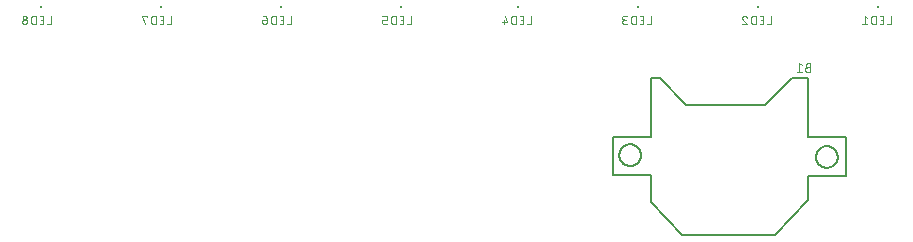
<source format=gbo>
G04 EAGLE Gerber RS-274X export*
G75*
%MOMM*%
%FSLAX34Y34*%
%LPD*%
%INSilkscreen Bottom*%
%IPPOS*%
%AMOC8*
5,1,8,0,0,1.08239X$1,22.5*%
G01*
%ADD10R,0.250000X0.250000*%
%ADD11C,0.076200*%
%ADD12C,0.127000*%


D10*
X864890Y683260D03*
D11*
X875919Y675767D02*
X875919Y668401D01*
X872645Y668401D01*
X869579Y668401D02*
X866305Y668401D01*
X869579Y668401D02*
X869579Y675767D01*
X866305Y675767D01*
X867124Y672493D02*
X869579Y672493D01*
X863255Y675767D02*
X863255Y668401D01*
X863255Y675767D02*
X861209Y675767D01*
X861120Y675765D01*
X861031Y675759D01*
X860942Y675749D01*
X860854Y675736D01*
X860766Y675719D01*
X860679Y675697D01*
X860594Y675672D01*
X860509Y675644D01*
X860426Y675611D01*
X860344Y675575D01*
X860264Y675536D01*
X860186Y675493D01*
X860110Y675447D01*
X860035Y675397D01*
X859963Y675344D01*
X859894Y675288D01*
X859827Y675229D01*
X859762Y675168D01*
X859701Y675103D01*
X859642Y675036D01*
X859586Y674967D01*
X859533Y674895D01*
X859483Y674820D01*
X859437Y674744D01*
X859394Y674666D01*
X859355Y674586D01*
X859319Y674504D01*
X859286Y674421D01*
X859258Y674336D01*
X859233Y674251D01*
X859211Y674164D01*
X859194Y674076D01*
X859181Y673988D01*
X859171Y673899D01*
X859165Y673810D01*
X859163Y673721D01*
X859163Y670447D01*
X859165Y670358D01*
X859171Y670269D01*
X859181Y670180D01*
X859194Y670092D01*
X859211Y670004D01*
X859233Y669917D01*
X859258Y669832D01*
X859286Y669747D01*
X859319Y669664D01*
X859355Y669582D01*
X859394Y669502D01*
X859437Y669424D01*
X859483Y669348D01*
X859533Y669273D01*
X859586Y669201D01*
X859642Y669132D01*
X859701Y669065D01*
X859762Y669000D01*
X859827Y668939D01*
X859894Y668880D01*
X859963Y668824D01*
X860035Y668771D01*
X860110Y668721D01*
X860186Y668675D01*
X860264Y668632D01*
X860344Y668593D01*
X860426Y668557D01*
X860509Y668524D01*
X860594Y668496D01*
X860679Y668471D01*
X860766Y668449D01*
X860854Y668432D01*
X860942Y668419D01*
X861031Y668409D01*
X861120Y668403D01*
X861209Y668401D01*
X863255Y668401D01*
X855696Y674130D02*
X853650Y675767D01*
X853650Y668401D01*
X855696Y668401D02*
X851604Y668401D01*
D10*
X763290Y683260D03*
D11*
X774319Y675767D02*
X774319Y668401D01*
X771045Y668401D01*
X767979Y668401D02*
X764705Y668401D01*
X767979Y668401D02*
X767979Y675767D01*
X764705Y675767D01*
X765524Y672493D02*
X767979Y672493D01*
X761655Y675767D02*
X761655Y668401D01*
X761655Y675767D02*
X759609Y675767D01*
X759520Y675765D01*
X759431Y675759D01*
X759342Y675749D01*
X759254Y675736D01*
X759166Y675719D01*
X759079Y675697D01*
X758994Y675672D01*
X758909Y675644D01*
X758826Y675611D01*
X758744Y675575D01*
X758664Y675536D01*
X758586Y675493D01*
X758510Y675447D01*
X758435Y675397D01*
X758363Y675344D01*
X758294Y675288D01*
X758227Y675229D01*
X758162Y675168D01*
X758101Y675103D01*
X758042Y675036D01*
X757986Y674967D01*
X757933Y674895D01*
X757883Y674820D01*
X757837Y674744D01*
X757794Y674666D01*
X757755Y674586D01*
X757719Y674504D01*
X757686Y674421D01*
X757658Y674336D01*
X757633Y674251D01*
X757611Y674164D01*
X757594Y674076D01*
X757581Y673988D01*
X757571Y673899D01*
X757565Y673810D01*
X757563Y673721D01*
X757563Y670447D01*
X757565Y670358D01*
X757571Y670269D01*
X757581Y670180D01*
X757594Y670092D01*
X757611Y670004D01*
X757633Y669917D01*
X757658Y669832D01*
X757686Y669747D01*
X757719Y669664D01*
X757755Y669582D01*
X757794Y669502D01*
X757837Y669424D01*
X757883Y669348D01*
X757933Y669273D01*
X757986Y669201D01*
X758042Y669132D01*
X758101Y669065D01*
X758162Y669000D01*
X758227Y668939D01*
X758294Y668880D01*
X758363Y668824D01*
X758435Y668771D01*
X758510Y668721D01*
X758586Y668675D01*
X758664Y668632D01*
X758744Y668593D01*
X758826Y668557D01*
X758909Y668524D01*
X758994Y668496D01*
X759079Y668471D01*
X759166Y668449D01*
X759254Y668432D01*
X759342Y668419D01*
X759431Y668409D01*
X759520Y668403D01*
X759609Y668401D01*
X761655Y668401D01*
X751845Y675768D02*
X751760Y675766D01*
X751675Y675760D01*
X751591Y675750D01*
X751507Y675737D01*
X751423Y675719D01*
X751341Y675698D01*
X751260Y675673D01*
X751180Y675644D01*
X751101Y675611D01*
X751024Y675575D01*
X750949Y675535D01*
X750875Y675492D01*
X750804Y675446D01*
X750735Y675396D01*
X750668Y675343D01*
X750604Y675287D01*
X750543Y675228D01*
X750484Y675167D01*
X750428Y675103D01*
X750375Y675036D01*
X750325Y674967D01*
X750279Y674896D01*
X750236Y674822D01*
X750196Y674747D01*
X750160Y674670D01*
X750127Y674591D01*
X750098Y674511D01*
X750073Y674430D01*
X750052Y674348D01*
X750034Y674264D01*
X750021Y674180D01*
X750011Y674096D01*
X750005Y674011D01*
X750003Y673926D01*
X751845Y675767D02*
X751941Y675765D01*
X752037Y675759D01*
X752132Y675749D01*
X752227Y675736D01*
X752322Y675718D01*
X752415Y675697D01*
X752508Y675672D01*
X752599Y675643D01*
X752690Y675611D01*
X752779Y675575D01*
X752866Y675535D01*
X752952Y675492D01*
X753036Y675446D01*
X753118Y675396D01*
X753198Y675342D01*
X753275Y675286D01*
X753350Y675226D01*
X753423Y675164D01*
X753493Y675098D01*
X753561Y675030D01*
X753626Y674959D01*
X753687Y674886D01*
X753746Y674810D01*
X753802Y674731D01*
X753854Y674651D01*
X753903Y674568D01*
X753949Y674484D01*
X753991Y674398D01*
X754029Y674310D01*
X754064Y674221D01*
X754096Y674130D01*
X750618Y672494D02*
X750558Y672553D01*
X750501Y672615D01*
X750446Y672679D01*
X750395Y672746D01*
X750346Y672815D01*
X750300Y672885D01*
X750257Y672958D01*
X750217Y673032D01*
X750181Y673108D01*
X750148Y673186D01*
X750118Y673265D01*
X750091Y673345D01*
X750068Y673426D01*
X750049Y673508D01*
X750033Y673590D01*
X750020Y673674D01*
X750011Y673758D01*
X750006Y673842D01*
X750004Y673926D01*
X750618Y672493D02*
X754096Y668401D01*
X750004Y668401D01*
D10*
X661690Y683260D03*
D11*
X672719Y675767D02*
X672719Y668401D01*
X669445Y668401D01*
X666379Y668401D02*
X663105Y668401D01*
X666379Y668401D02*
X666379Y675767D01*
X663105Y675767D01*
X663924Y672493D02*
X666379Y672493D01*
X660055Y675767D02*
X660055Y668401D01*
X660055Y675767D02*
X658009Y675767D01*
X657920Y675765D01*
X657831Y675759D01*
X657742Y675749D01*
X657654Y675736D01*
X657566Y675719D01*
X657479Y675697D01*
X657394Y675672D01*
X657309Y675644D01*
X657226Y675611D01*
X657144Y675575D01*
X657064Y675536D01*
X656986Y675493D01*
X656910Y675447D01*
X656835Y675397D01*
X656763Y675344D01*
X656694Y675288D01*
X656627Y675229D01*
X656562Y675168D01*
X656501Y675103D01*
X656442Y675036D01*
X656386Y674967D01*
X656333Y674895D01*
X656283Y674820D01*
X656237Y674744D01*
X656194Y674666D01*
X656155Y674586D01*
X656119Y674504D01*
X656086Y674421D01*
X656058Y674336D01*
X656033Y674251D01*
X656011Y674164D01*
X655994Y674076D01*
X655981Y673988D01*
X655971Y673899D01*
X655965Y673810D01*
X655963Y673721D01*
X655963Y670447D01*
X655965Y670358D01*
X655971Y670269D01*
X655981Y670180D01*
X655994Y670092D01*
X656011Y670004D01*
X656033Y669917D01*
X656058Y669832D01*
X656086Y669747D01*
X656119Y669664D01*
X656155Y669582D01*
X656194Y669502D01*
X656237Y669424D01*
X656283Y669348D01*
X656333Y669273D01*
X656386Y669201D01*
X656442Y669132D01*
X656501Y669065D01*
X656562Y669000D01*
X656627Y668939D01*
X656694Y668880D01*
X656763Y668824D01*
X656835Y668771D01*
X656910Y668721D01*
X656986Y668675D01*
X657064Y668632D01*
X657144Y668593D01*
X657226Y668557D01*
X657309Y668524D01*
X657394Y668496D01*
X657479Y668471D01*
X657566Y668449D01*
X657654Y668432D01*
X657742Y668419D01*
X657831Y668409D01*
X657920Y668403D01*
X658009Y668401D01*
X660055Y668401D01*
X652496Y668401D02*
X650450Y668401D01*
X650361Y668403D01*
X650272Y668409D01*
X650183Y668419D01*
X650095Y668432D01*
X650007Y668449D01*
X649920Y668471D01*
X649835Y668496D01*
X649750Y668524D01*
X649667Y668557D01*
X649585Y668593D01*
X649505Y668632D01*
X649427Y668675D01*
X649351Y668721D01*
X649276Y668771D01*
X649204Y668824D01*
X649135Y668880D01*
X649068Y668939D01*
X649003Y669000D01*
X648942Y669065D01*
X648883Y669132D01*
X648827Y669201D01*
X648774Y669273D01*
X648724Y669348D01*
X648678Y669424D01*
X648635Y669502D01*
X648596Y669582D01*
X648560Y669664D01*
X648527Y669747D01*
X648499Y669832D01*
X648474Y669917D01*
X648452Y670004D01*
X648435Y670092D01*
X648422Y670180D01*
X648412Y670269D01*
X648406Y670358D01*
X648404Y670447D01*
X648406Y670536D01*
X648412Y670625D01*
X648422Y670714D01*
X648435Y670802D01*
X648452Y670890D01*
X648474Y670977D01*
X648499Y671062D01*
X648527Y671147D01*
X648560Y671230D01*
X648596Y671312D01*
X648635Y671392D01*
X648678Y671470D01*
X648724Y671546D01*
X648774Y671621D01*
X648827Y671693D01*
X648883Y671762D01*
X648942Y671829D01*
X649003Y671894D01*
X649068Y671955D01*
X649135Y672014D01*
X649204Y672070D01*
X649276Y672123D01*
X649351Y672173D01*
X649427Y672219D01*
X649505Y672262D01*
X649585Y672301D01*
X649667Y672337D01*
X649750Y672370D01*
X649835Y672398D01*
X649920Y672423D01*
X650007Y672445D01*
X650095Y672462D01*
X650183Y672475D01*
X650272Y672485D01*
X650361Y672491D01*
X650450Y672493D01*
X650041Y675767D02*
X652496Y675767D01*
X650041Y675767D02*
X649962Y675765D01*
X649883Y675759D01*
X649804Y675750D01*
X649726Y675737D01*
X649649Y675719D01*
X649573Y675699D01*
X649498Y675674D01*
X649424Y675646D01*
X649351Y675615D01*
X649280Y675579D01*
X649211Y675541D01*
X649144Y675499D01*
X649079Y675454D01*
X649016Y675406D01*
X648955Y675355D01*
X648898Y675301D01*
X648842Y675245D01*
X648790Y675186D01*
X648740Y675124D01*
X648694Y675060D01*
X648650Y674994D01*
X648610Y674926D01*
X648574Y674856D01*
X648540Y674784D01*
X648510Y674710D01*
X648484Y674636D01*
X648461Y674560D01*
X648443Y674483D01*
X648427Y674406D01*
X648416Y674327D01*
X648408Y674249D01*
X648404Y674170D01*
X648404Y674090D01*
X648408Y674011D01*
X648416Y673933D01*
X648427Y673854D01*
X648443Y673777D01*
X648461Y673700D01*
X648484Y673624D01*
X648510Y673550D01*
X648540Y673476D01*
X648574Y673404D01*
X648610Y673334D01*
X648650Y673266D01*
X648694Y673200D01*
X648740Y673136D01*
X648790Y673074D01*
X648842Y673015D01*
X648898Y672959D01*
X648955Y672905D01*
X649016Y672854D01*
X649079Y672806D01*
X649144Y672761D01*
X649211Y672719D01*
X649280Y672681D01*
X649351Y672645D01*
X649424Y672614D01*
X649498Y672586D01*
X649573Y672561D01*
X649649Y672541D01*
X649726Y672523D01*
X649804Y672510D01*
X649883Y672501D01*
X649962Y672495D01*
X650041Y672493D01*
X651678Y672493D01*
D10*
X560090Y683260D03*
D11*
X571119Y675767D02*
X571119Y668401D01*
X567845Y668401D01*
X564779Y668401D02*
X561505Y668401D01*
X564779Y668401D02*
X564779Y675767D01*
X561505Y675767D01*
X562324Y672493D02*
X564779Y672493D01*
X558455Y675767D02*
X558455Y668401D01*
X558455Y675767D02*
X556409Y675767D01*
X556320Y675765D01*
X556231Y675759D01*
X556142Y675749D01*
X556054Y675736D01*
X555966Y675719D01*
X555879Y675697D01*
X555794Y675672D01*
X555709Y675644D01*
X555626Y675611D01*
X555544Y675575D01*
X555464Y675536D01*
X555386Y675493D01*
X555310Y675447D01*
X555235Y675397D01*
X555163Y675344D01*
X555094Y675288D01*
X555027Y675229D01*
X554962Y675168D01*
X554901Y675103D01*
X554842Y675036D01*
X554786Y674967D01*
X554733Y674895D01*
X554683Y674820D01*
X554637Y674744D01*
X554594Y674666D01*
X554555Y674586D01*
X554519Y674504D01*
X554486Y674421D01*
X554458Y674336D01*
X554433Y674251D01*
X554411Y674164D01*
X554394Y674076D01*
X554381Y673988D01*
X554371Y673899D01*
X554365Y673810D01*
X554363Y673721D01*
X554363Y670447D01*
X554365Y670358D01*
X554371Y670269D01*
X554381Y670180D01*
X554394Y670092D01*
X554411Y670004D01*
X554433Y669917D01*
X554458Y669832D01*
X554486Y669747D01*
X554519Y669664D01*
X554555Y669582D01*
X554594Y669502D01*
X554637Y669424D01*
X554683Y669348D01*
X554733Y669273D01*
X554786Y669201D01*
X554842Y669132D01*
X554901Y669065D01*
X554962Y669000D01*
X555027Y668939D01*
X555094Y668880D01*
X555163Y668824D01*
X555235Y668771D01*
X555310Y668721D01*
X555386Y668675D01*
X555464Y668632D01*
X555544Y668593D01*
X555626Y668557D01*
X555709Y668524D01*
X555794Y668496D01*
X555879Y668471D01*
X555966Y668449D01*
X556054Y668432D01*
X556142Y668419D01*
X556231Y668409D01*
X556320Y668403D01*
X556409Y668401D01*
X558455Y668401D01*
X550896Y670038D02*
X549259Y675767D01*
X550896Y670038D02*
X546804Y670038D01*
X548032Y671675D02*
X548032Y668401D01*
D10*
X460990Y683260D03*
D11*
X469519Y675767D02*
X469519Y668401D01*
X466245Y668401D01*
X463179Y668401D02*
X459905Y668401D01*
X463179Y668401D02*
X463179Y675767D01*
X459905Y675767D01*
X460724Y672493D02*
X463179Y672493D01*
X456855Y675767D02*
X456855Y668401D01*
X456855Y675767D02*
X454809Y675767D01*
X454720Y675765D01*
X454631Y675759D01*
X454542Y675749D01*
X454454Y675736D01*
X454366Y675719D01*
X454279Y675697D01*
X454194Y675672D01*
X454109Y675644D01*
X454026Y675611D01*
X453944Y675575D01*
X453864Y675536D01*
X453786Y675493D01*
X453710Y675447D01*
X453635Y675397D01*
X453563Y675344D01*
X453494Y675288D01*
X453427Y675229D01*
X453362Y675168D01*
X453301Y675103D01*
X453242Y675036D01*
X453186Y674967D01*
X453133Y674895D01*
X453083Y674820D01*
X453037Y674744D01*
X452994Y674666D01*
X452955Y674586D01*
X452919Y674504D01*
X452886Y674421D01*
X452858Y674336D01*
X452833Y674251D01*
X452811Y674164D01*
X452794Y674076D01*
X452781Y673988D01*
X452771Y673899D01*
X452765Y673810D01*
X452763Y673721D01*
X452763Y670447D01*
X452765Y670358D01*
X452771Y670269D01*
X452781Y670180D01*
X452794Y670092D01*
X452811Y670004D01*
X452833Y669917D01*
X452858Y669832D01*
X452886Y669747D01*
X452919Y669664D01*
X452955Y669582D01*
X452994Y669502D01*
X453037Y669424D01*
X453083Y669348D01*
X453133Y669273D01*
X453186Y669201D01*
X453242Y669132D01*
X453301Y669065D01*
X453362Y669000D01*
X453427Y668939D01*
X453494Y668880D01*
X453563Y668824D01*
X453635Y668771D01*
X453710Y668721D01*
X453786Y668675D01*
X453864Y668632D01*
X453944Y668593D01*
X454026Y668557D01*
X454109Y668524D01*
X454194Y668496D01*
X454279Y668471D01*
X454366Y668449D01*
X454454Y668432D01*
X454542Y668419D01*
X454631Y668409D01*
X454720Y668403D01*
X454809Y668401D01*
X456855Y668401D01*
X449296Y668401D02*
X446841Y668401D01*
X446761Y668403D01*
X446681Y668409D01*
X446601Y668419D01*
X446522Y668432D01*
X446443Y668450D01*
X446366Y668471D01*
X446290Y668497D01*
X446215Y668526D01*
X446141Y668558D01*
X446069Y668594D01*
X445999Y668634D01*
X445932Y668677D01*
X445866Y668723D01*
X445803Y668773D01*
X445742Y668825D01*
X445683Y668880D01*
X445628Y668939D01*
X445576Y668999D01*
X445526Y669063D01*
X445480Y669128D01*
X445437Y669196D01*
X445397Y669266D01*
X445361Y669338D01*
X445329Y669412D01*
X445300Y669486D01*
X445275Y669563D01*
X445253Y669640D01*
X445235Y669719D01*
X445222Y669798D01*
X445212Y669877D01*
X445206Y669958D01*
X445204Y670038D01*
X445204Y670856D01*
X445206Y670934D01*
X445211Y671012D01*
X445221Y671089D01*
X445234Y671166D01*
X445250Y671242D01*
X445270Y671317D01*
X445294Y671391D01*
X445321Y671464D01*
X445352Y671536D01*
X445386Y671606D01*
X445423Y671675D01*
X445464Y671741D01*
X445508Y671806D01*
X445554Y671868D01*
X445604Y671928D01*
X445656Y671986D01*
X445711Y672041D01*
X445769Y672093D01*
X445829Y672143D01*
X445891Y672189D01*
X445956Y672233D01*
X446023Y672274D01*
X446091Y672311D01*
X446161Y672345D01*
X446233Y672376D01*
X446306Y672403D01*
X446380Y672427D01*
X446455Y672447D01*
X446531Y672463D01*
X446608Y672476D01*
X446685Y672486D01*
X446763Y672491D01*
X446841Y672493D01*
X449296Y672493D01*
X449296Y675767D01*
X445204Y675767D01*
D10*
X359390Y683260D03*
D11*
X367919Y675767D02*
X367919Y668401D01*
X364645Y668401D01*
X361579Y668401D02*
X358305Y668401D01*
X361579Y668401D02*
X361579Y675767D01*
X358305Y675767D01*
X359124Y672493D02*
X361579Y672493D01*
X355255Y675767D02*
X355255Y668401D01*
X355255Y675767D02*
X353209Y675767D01*
X353120Y675765D01*
X353031Y675759D01*
X352942Y675749D01*
X352854Y675736D01*
X352766Y675719D01*
X352679Y675697D01*
X352594Y675672D01*
X352509Y675644D01*
X352426Y675611D01*
X352344Y675575D01*
X352264Y675536D01*
X352186Y675493D01*
X352110Y675447D01*
X352035Y675397D01*
X351963Y675344D01*
X351894Y675288D01*
X351827Y675229D01*
X351762Y675168D01*
X351701Y675103D01*
X351642Y675036D01*
X351586Y674967D01*
X351533Y674895D01*
X351483Y674820D01*
X351437Y674744D01*
X351394Y674666D01*
X351355Y674586D01*
X351319Y674504D01*
X351286Y674421D01*
X351258Y674336D01*
X351233Y674251D01*
X351211Y674164D01*
X351194Y674076D01*
X351181Y673988D01*
X351171Y673899D01*
X351165Y673810D01*
X351163Y673721D01*
X351163Y670447D01*
X351165Y670358D01*
X351171Y670269D01*
X351181Y670180D01*
X351194Y670092D01*
X351211Y670004D01*
X351233Y669917D01*
X351258Y669832D01*
X351286Y669747D01*
X351319Y669664D01*
X351355Y669582D01*
X351394Y669502D01*
X351437Y669424D01*
X351483Y669348D01*
X351533Y669273D01*
X351586Y669201D01*
X351642Y669132D01*
X351701Y669065D01*
X351762Y669000D01*
X351827Y668939D01*
X351894Y668880D01*
X351963Y668824D01*
X352035Y668771D01*
X352110Y668721D01*
X352186Y668675D01*
X352264Y668632D01*
X352344Y668593D01*
X352426Y668557D01*
X352509Y668524D01*
X352594Y668496D01*
X352679Y668471D01*
X352766Y668449D01*
X352854Y668432D01*
X352942Y668419D01*
X353031Y668409D01*
X353120Y668403D01*
X353209Y668401D01*
X355255Y668401D01*
X347696Y672493D02*
X345241Y672493D01*
X345161Y672491D01*
X345081Y672485D01*
X345001Y672475D01*
X344922Y672462D01*
X344843Y672444D01*
X344766Y672423D01*
X344690Y672397D01*
X344615Y672368D01*
X344541Y672336D01*
X344469Y672300D01*
X344399Y672260D01*
X344332Y672217D01*
X344266Y672171D01*
X344203Y672121D01*
X344142Y672069D01*
X344083Y672014D01*
X344028Y671955D01*
X343976Y671895D01*
X343926Y671831D01*
X343880Y671765D01*
X343837Y671698D01*
X343797Y671628D01*
X343761Y671556D01*
X343729Y671482D01*
X343700Y671408D01*
X343674Y671331D01*
X343653Y671254D01*
X343635Y671175D01*
X343622Y671096D01*
X343612Y671016D01*
X343606Y670936D01*
X343604Y670856D01*
X343604Y670447D01*
X343606Y670358D01*
X343612Y670269D01*
X343622Y670180D01*
X343635Y670092D01*
X343652Y670004D01*
X343674Y669917D01*
X343699Y669832D01*
X343727Y669747D01*
X343760Y669664D01*
X343796Y669582D01*
X343835Y669502D01*
X343878Y669424D01*
X343924Y669348D01*
X343974Y669273D01*
X344027Y669201D01*
X344083Y669132D01*
X344142Y669065D01*
X344203Y669000D01*
X344268Y668939D01*
X344335Y668880D01*
X344404Y668824D01*
X344476Y668771D01*
X344551Y668721D01*
X344627Y668675D01*
X344705Y668632D01*
X344785Y668593D01*
X344867Y668557D01*
X344950Y668524D01*
X345035Y668496D01*
X345120Y668471D01*
X345207Y668449D01*
X345295Y668432D01*
X345383Y668419D01*
X345472Y668409D01*
X345561Y668403D01*
X345650Y668401D01*
X345739Y668403D01*
X345828Y668409D01*
X345917Y668419D01*
X346005Y668432D01*
X346093Y668449D01*
X346180Y668471D01*
X346265Y668496D01*
X346350Y668524D01*
X346433Y668557D01*
X346515Y668593D01*
X346595Y668632D01*
X346673Y668675D01*
X346749Y668721D01*
X346824Y668771D01*
X346896Y668824D01*
X346965Y668880D01*
X347032Y668939D01*
X347097Y669000D01*
X347158Y669065D01*
X347217Y669132D01*
X347273Y669201D01*
X347326Y669273D01*
X347376Y669348D01*
X347422Y669424D01*
X347465Y669502D01*
X347504Y669582D01*
X347540Y669664D01*
X347573Y669747D01*
X347601Y669832D01*
X347626Y669917D01*
X347648Y670004D01*
X347665Y670092D01*
X347678Y670180D01*
X347688Y670269D01*
X347694Y670358D01*
X347696Y670447D01*
X347696Y672493D01*
X347694Y672605D01*
X347688Y672716D01*
X347679Y672828D01*
X347666Y672939D01*
X347648Y673049D01*
X347628Y673159D01*
X347603Y673268D01*
X347575Y673376D01*
X347543Y673483D01*
X347507Y673589D01*
X347468Y673694D01*
X347425Y673797D01*
X347379Y673899D01*
X347329Y673999D01*
X347276Y674098D01*
X347219Y674194D01*
X347160Y674289D01*
X347097Y674381D01*
X347031Y674471D01*
X346962Y674559D01*
X346890Y674645D01*
X346815Y674728D01*
X346737Y674808D01*
X346657Y674886D01*
X346574Y674961D01*
X346488Y675033D01*
X346400Y675102D01*
X346310Y675168D01*
X346218Y675231D01*
X346123Y675290D01*
X346027Y675347D01*
X345928Y675400D01*
X345828Y675450D01*
X345726Y675496D01*
X345623Y675539D01*
X345518Y675578D01*
X345412Y675614D01*
X345305Y675646D01*
X345197Y675674D01*
X345088Y675699D01*
X344978Y675719D01*
X344868Y675737D01*
X344757Y675750D01*
X344645Y675759D01*
X344534Y675765D01*
X344422Y675767D01*
D10*
X257790Y683260D03*
D11*
X266319Y675767D02*
X266319Y668401D01*
X263045Y668401D01*
X259979Y668401D02*
X256705Y668401D01*
X259979Y668401D02*
X259979Y675767D01*
X256705Y675767D01*
X257524Y672493D02*
X259979Y672493D01*
X253655Y675767D02*
X253655Y668401D01*
X253655Y675767D02*
X251609Y675767D01*
X251520Y675765D01*
X251431Y675759D01*
X251342Y675749D01*
X251254Y675736D01*
X251166Y675719D01*
X251079Y675697D01*
X250994Y675672D01*
X250909Y675644D01*
X250826Y675611D01*
X250744Y675575D01*
X250664Y675536D01*
X250586Y675493D01*
X250510Y675447D01*
X250435Y675397D01*
X250363Y675344D01*
X250294Y675288D01*
X250227Y675229D01*
X250162Y675168D01*
X250101Y675103D01*
X250042Y675036D01*
X249986Y674967D01*
X249933Y674895D01*
X249883Y674820D01*
X249837Y674744D01*
X249794Y674666D01*
X249755Y674586D01*
X249719Y674504D01*
X249686Y674421D01*
X249658Y674336D01*
X249633Y674251D01*
X249611Y674164D01*
X249594Y674076D01*
X249581Y673988D01*
X249571Y673899D01*
X249565Y673810D01*
X249563Y673721D01*
X249563Y670447D01*
X249565Y670358D01*
X249571Y670269D01*
X249581Y670180D01*
X249594Y670092D01*
X249611Y670004D01*
X249633Y669917D01*
X249658Y669832D01*
X249686Y669747D01*
X249719Y669664D01*
X249755Y669582D01*
X249794Y669502D01*
X249837Y669424D01*
X249883Y669348D01*
X249933Y669273D01*
X249986Y669201D01*
X250042Y669132D01*
X250101Y669065D01*
X250162Y669000D01*
X250227Y668939D01*
X250294Y668880D01*
X250363Y668824D01*
X250435Y668771D01*
X250510Y668721D01*
X250586Y668675D01*
X250664Y668632D01*
X250744Y668593D01*
X250826Y668557D01*
X250909Y668524D01*
X250994Y668496D01*
X251079Y668471D01*
X251166Y668449D01*
X251254Y668432D01*
X251342Y668419D01*
X251431Y668409D01*
X251520Y668403D01*
X251609Y668401D01*
X253655Y668401D01*
X246096Y674949D02*
X246096Y675767D01*
X242004Y675767D01*
X244050Y668401D01*
D10*
X156190Y683260D03*
D11*
X164719Y675767D02*
X164719Y668401D01*
X161445Y668401D01*
X158379Y668401D02*
X155105Y668401D01*
X158379Y668401D02*
X158379Y675767D01*
X155105Y675767D01*
X155924Y672493D02*
X158379Y672493D01*
X152055Y675767D02*
X152055Y668401D01*
X152055Y675767D02*
X150009Y675767D01*
X149920Y675765D01*
X149831Y675759D01*
X149742Y675749D01*
X149654Y675736D01*
X149566Y675719D01*
X149479Y675697D01*
X149394Y675672D01*
X149309Y675644D01*
X149226Y675611D01*
X149144Y675575D01*
X149064Y675536D01*
X148986Y675493D01*
X148910Y675447D01*
X148835Y675397D01*
X148763Y675344D01*
X148694Y675288D01*
X148627Y675229D01*
X148562Y675168D01*
X148501Y675103D01*
X148442Y675036D01*
X148386Y674967D01*
X148333Y674895D01*
X148283Y674820D01*
X148237Y674744D01*
X148194Y674666D01*
X148155Y674586D01*
X148119Y674504D01*
X148086Y674421D01*
X148058Y674336D01*
X148033Y674251D01*
X148011Y674164D01*
X147994Y674076D01*
X147981Y673988D01*
X147971Y673899D01*
X147965Y673810D01*
X147963Y673721D01*
X147963Y670447D01*
X147965Y670358D01*
X147971Y670269D01*
X147981Y670180D01*
X147994Y670092D01*
X148011Y670004D01*
X148033Y669917D01*
X148058Y669832D01*
X148086Y669747D01*
X148119Y669664D01*
X148155Y669582D01*
X148194Y669502D01*
X148237Y669424D01*
X148283Y669348D01*
X148333Y669273D01*
X148386Y669201D01*
X148442Y669132D01*
X148501Y669065D01*
X148562Y669000D01*
X148627Y668939D01*
X148694Y668880D01*
X148763Y668824D01*
X148835Y668771D01*
X148910Y668721D01*
X148986Y668675D01*
X149064Y668632D01*
X149144Y668593D01*
X149226Y668557D01*
X149309Y668524D01*
X149394Y668496D01*
X149479Y668471D01*
X149566Y668449D01*
X149654Y668432D01*
X149742Y668419D01*
X149831Y668409D01*
X149920Y668403D01*
X150009Y668401D01*
X152055Y668401D01*
X144496Y670447D02*
X144494Y670536D01*
X144488Y670625D01*
X144478Y670714D01*
X144465Y670802D01*
X144448Y670890D01*
X144426Y670977D01*
X144401Y671062D01*
X144373Y671147D01*
X144340Y671230D01*
X144304Y671312D01*
X144265Y671392D01*
X144222Y671470D01*
X144176Y671546D01*
X144126Y671621D01*
X144073Y671693D01*
X144017Y671762D01*
X143958Y671829D01*
X143897Y671894D01*
X143832Y671955D01*
X143765Y672014D01*
X143696Y672070D01*
X143624Y672123D01*
X143549Y672173D01*
X143473Y672219D01*
X143395Y672262D01*
X143315Y672301D01*
X143233Y672337D01*
X143150Y672370D01*
X143065Y672398D01*
X142980Y672423D01*
X142893Y672445D01*
X142805Y672462D01*
X142717Y672475D01*
X142628Y672485D01*
X142539Y672491D01*
X142450Y672493D01*
X142361Y672491D01*
X142272Y672485D01*
X142183Y672475D01*
X142095Y672462D01*
X142007Y672445D01*
X141920Y672423D01*
X141835Y672398D01*
X141750Y672370D01*
X141667Y672337D01*
X141585Y672301D01*
X141505Y672262D01*
X141427Y672219D01*
X141351Y672173D01*
X141276Y672123D01*
X141204Y672070D01*
X141135Y672014D01*
X141068Y671955D01*
X141003Y671894D01*
X140942Y671829D01*
X140883Y671762D01*
X140827Y671693D01*
X140774Y671621D01*
X140724Y671546D01*
X140678Y671470D01*
X140635Y671392D01*
X140596Y671312D01*
X140560Y671230D01*
X140527Y671147D01*
X140499Y671062D01*
X140474Y670977D01*
X140452Y670890D01*
X140435Y670802D01*
X140422Y670714D01*
X140412Y670625D01*
X140406Y670536D01*
X140404Y670447D01*
X140406Y670358D01*
X140412Y670269D01*
X140422Y670180D01*
X140435Y670092D01*
X140452Y670004D01*
X140474Y669917D01*
X140499Y669832D01*
X140527Y669747D01*
X140560Y669664D01*
X140596Y669582D01*
X140635Y669502D01*
X140678Y669424D01*
X140724Y669348D01*
X140774Y669273D01*
X140827Y669201D01*
X140883Y669132D01*
X140942Y669065D01*
X141003Y669000D01*
X141068Y668939D01*
X141135Y668880D01*
X141204Y668824D01*
X141276Y668771D01*
X141351Y668721D01*
X141427Y668675D01*
X141505Y668632D01*
X141585Y668593D01*
X141667Y668557D01*
X141750Y668524D01*
X141835Y668496D01*
X141920Y668471D01*
X142007Y668449D01*
X142095Y668432D01*
X142183Y668419D01*
X142272Y668409D01*
X142361Y668403D01*
X142450Y668401D01*
X142539Y668403D01*
X142628Y668409D01*
X142717Y668419D01*
X142805Y668432D01*
X142893Y668449D01*
X142980Y668471D01*
X143065Y668496D01*
X143150Y668524D01*
X143233Y668557D01*
X143315Y668593D01*
X143395Y668632D01*
X143473Y668675D01*
X143549Y668721D01*
X143624Y668771D01*
X143696Y668824D01*
X143765Y668880D01*
X143832Y668939D01*
X143897Y669000D01*
X143958Y669065D01*
X144017Y669132D01*
X144073Y669201D01*
X144126Y669273D01*
X144176Y669348D01*
X144222Y669424D01*
X144265Y669502D01*
X144304Y669582D01*
X144340Y669664D01*
X144373Y669747D01*
X144401Y669832D01*
X144426Y669917D01*
X144448Y670004D01*
X144465Y670092D01*
X144478Y670180D01*
X144488Y670269D01*
X144494Y670358D01*
X144496Y670447D01*
X144087Y674130D02*
X144085Y674209D01*
X144079Y674288D01*
X144070Y674367D01*
X144057Y674445D01*
X144039Y674522D01*
X144019Y674598D01*
X143994Y674673D01*
X143966Y674747D01*
X143935Y674820D01*
X143899Y674891D01*
X143861Y674960D01*
X143819Y675027D01*
X143774Y675092D01*
X143726Y675155D01*
X143675Y675216D01*
X143621Y675273D01*
X143565Y675329D01*
X143506Y675381D01*
X143444Y675431D01*
X143380Y675477D01*
X143314Y675521D01*
X143246Y675561D01*
X143176Y675597D01*
X143104Y675631D01*
X143030Y675661D01*
X142956Y675687D01*
X142880Y675710D01*
X142803Y675728D01*
X142726Y675744D01*
X142647Y675755D01*
X142569Y675763D01*
X142490Y675767D01*
X142410Y675767D01*
X142331Y675763D01*
X142253Y675755D01*
X142174Y675744D01*
X142097Y675728D01*
X142020Y675710D01*
X141944Y675687D01*
X141870Y675661D01*
X141796Y675631D01*
X141724Y675597D01*
X141654Y675561D01*
X141586Y675521D01*
X141520Y675477D01*
X141456Y675431D01*
X141394Y675381D01*
X141335Y675329D01*
X141279Y675273D01*
X141225Y675216D01*
X141174Y675155D01*
X141126Y675092D01*
X141081Y675027D01*
X141039Y674960D01*
X141001Y674891D01*
X140965Y674820D01*
X140934Y674747D01*
X140906Y674673D01*
X140881Y674598D01*
X140861Y674522D01*
X140843Y674445D01*
X140830Y674367D01*
X140821Y674288D01*
X140815Y674209D01*
X140813Y674130D01*
X140815Y674051D01*
X140821Y673972D01*
X140830Y673893D01*
X140843Y673815D01*
X140861Y673738D01*
X140881Y673662D01*
X140906Y673587D01*
X140934Y673513D01*
X140965Y673440D01*
X141001Y673369D01*
X141039Y673300D01*
X141081Y673233D01*
X141126Y673168D01*
X141174Y673105D01*
X141225Y673044D01*
X141279Y672987D01*
X141335Y672931D01*
X141394Y672879D01*
X141456Y672829D01*
X141520Y672783D01*
X141586Y672739D01*
X141654Y672699D01*
X141724Y672663D01*
X141796Y672629D01*
X141870Y672599D01*
X141944Y672573D01*
X142020Y672550D01*
X142097Y672532D01*
X142174Y672516D01*
X142253Y672505D01*
X142331Y672497D01*
X142410Y672493D01*
X142490Y672493D01*
X142569Y672497D01*
X142647Y672505D01*
X142726Y672516D01*
X142803Y672532D01*
X142880Y672550D01*
X142956Y672573D01*
X143030Y672599D01*
X143104Y672629D01*
X143176Y672663D01*
X143246Y672699D01*
X143314Y672739D01*
X143380Y672783D01*
X143444Y672829D01*
X143506Y672879D01*
X143565Y672931D01*
X143621Y672987D01*
X143675Y673044D01*
X143726Y673105D01*
X143774Y673168D01*
X143819Y673233D01*
X143861Y673300D01*
X143899Y673369D01*
X143935Y673440D01*
X143966Y673513D01*
X143994Y673587D01*
X144019Y673662D01*
X144039Y673738D01*
X144057Y673815D01*
X144070Y673893D01*
X144079Y673972D01*
X144085Y674051D01*
X144087Y674130D01*
D12*
X812522Y556260D02*
X812525Y556485D01*
X812533Y556709D01*
X812547Y556934D01*
X812566Y557158D01*
X812591Y557381D01*
X812621Y557604D01*
X812657Y557826D01*
X812698Y558047D01*
X812745Y558267D01*
X812796Y558485D01*
X812854Y558703D01*
X812916Y558918D01*
X812984Y559133D01*
X813057Y559345D01*
X813136Y559556D01*
X813219Y559765D01*
X813308Y559971D01*
X813401Y560176D01*
X813500Y560378D01*
X813603Y560577D01*
X813712Y560774D01*
X813825Y560968D01*
X813943Y561160D01*
X814065Y561348D01*
X814193Y561533D01*
X814324Y561715D01*
X814460Y561894D01*
X814601Y562070D01*
X814745Y562242D01*
X814894Y562410D01*
X815047Y562575D01*
X815204Y562736D01*
X815365Y562893D01*
X815530Y563046D01*
X815698Y563195D01*
X815870Y563339D01*
X816046Y563480D01*
X816225Y563616D01*
X816407Y563747D01*
X816592Y563875D01*
X816780Y563997D01*
X816972Y564115D01*
X817166Y564228D01*
X817363Y564337D01*
X817562Y564440D01*
X817764Y564539D01*
X817969Y564632D01*
X818175Y564721D01*
X818384Y564804D01*
X818595Y564883D01*
X818807Y564956D01*
X819022Y565024D01*
X819237Y565086D01*
X819455Y565144D01*
X819673Y565195D01*
X819893Y565242D01*
X820114Y565283D01*
X820336Y565319D01*
X820559Y565349D01*
X820782Y565374D01*
X821006Y565393D01*
X821231Y565407D01*
X821455Y565415D01*
X821680Y565418D01*
X821905Y565415D01*
X822129Y565407D01*
X822354Y565393D01*
X822578Y565374D01*
X822801Y565349D01*
X823024Y565319D01*
X823246Y565283D01*
X823467Y565242D01*
X823687Y565195D01*
X823905Y565144D01*
X824123Y565086D01*
X824338Y565024D01*
X824553Y564956D01*
X824765Y564883D01*
X824976Y564804D01*
X825185Y564721D01*
X825391Y564632D01*
X825596Y564539D01*
X825798Y564440D01*
X825997Y564337D01*
X826194Y564228D01*
X826388Y564115D01*
X826580Y563997D01*
X826768Y563875D01*
X826953Y563747D01*
X827135Y563616D01*
X827314Y563480D01*
X827490Y563339D01*
X827662Y563195D01*
X827830Y563046D01*
X827995Y562893D01*
X828156Y562736D01*
X828313Y562575D01*
X828466Y562410D01*
X828615Y562242D01*
X828759Y562070D01*
X828900Y561894D01*
X829036Y561715D01*
X829167Y561533D01*
X829295Y561348D01*
X829417Y561160D01*
X829535Y560968D01*
X829648Y560774D01*
X829757Y560577D01*
X829860Y560378D01*
X829959Y560176D01*
X830052Y559971D01*
X830141Y559765D01*
X830224Y559556D01*
X830303Y559345D01*
X830376Y559133D01*
X830444Y558918D01*
X830506Y558703D01*
X830564Y558485D01*
X830615Y558267D01*
X830662Y558047D01*
X830703Y557826D01*
X830739Y557604D01*
X830769Y557381D01*
X830794Y557158D01*
X830813Y556934D01*
X830827Y556709D01*
X830835Y556485D01*
X830838Y556260D01*
X830835Y556035D01*
X830827Y555811D01*
X830813Y555586D01*
X830794Y555362D01*
X830769Y555139D01*
X830739Y554916D01*
X830703Y554694D01*
X830662Y554473D01*
X830615Y554253D01*
X830564Y554035D01*
X830506Y553817D01*
X830444Y553602D01*
X830376Y553387D01*
X830303Y553175D01*
X830224Y552964D01*
X830141Y552755D01*
X830052Y552549D01*
X829959Y552344D01*
X829860Y552142D01*
X829757Y551943D01*
X829648Y551746D01*
X829535Y551552D01*
X829417Y551360D01*
X829295Y551172D01*
X829167Y550987D01*
X829036Y550805D01*
X828900Y550626D01*
X828759Y550450D01*
X828615Y550278D01*
X828466Y550110D01*
X828313Y549945D01*
X828156Y549784D01*
X827995Y549627D01*
X827830Y549474D01*
X827662Y549325D01*
X827490Y549181D01*
X827314Y549040D01*
X827135Y548904D01*
X826953Y548773D01*
X826768Y548645D01*
X826580Y548523D01*
X826388Y548405D01*
X826194Y548292D01*
X825997Y548183D01*
X825798Y548080D01*
X825596Y547981D01*
X825391Y547888D01*
X825185Y547799D01*
X824976Y547716D01*
X824765Y547637D01*
X824553Y547564D01*
X824338Y547496D01*
X824123Y547434D01*
X823905Y547376D01*
X823687Y547325D01*
X823467Y547278D01*
X823246Y547237D01*
X823024Y547201D01*
X822801Y547171D01*
X822578Y547146D01*
X822354Y547127D01*
X822129Y547113D01*
X821905Y547105D01*
X821680Y547102D01*
X821455Y547105D01*
X821231Y547113D01*
X821006Y547127D01*
X820782Y547146D01*
X820559Y547171D01*
X820336Y547201D01*
X820114Y547237D01*
X819893Y547278D01*
X819673Y547325D01*
X819455Y547376D01*
X819237Y547434D01*
X819022Y547496D01*
X818807Y547564D01*
X818595Y547637D01*
X818384Y547716D01*
X818175Y547799D01*
X817969Y547888D01*
X817764Y547981D01*
X817562Y548080D01*
X817363Y548183D01*
X817166Y548292D01*
X816972Y548405D01*
X816780Y548523D01*
X816592Y548645D01*
X816407Y548773D01*
X816225Y548904D01*
X816046Y549040D01*
X815870Y549181D01*
X815698Y549325D01*
X815530Y549474D01*
X815365Y549627D01*
X815204Y549784D01*
X815047Y549945D01*
X814894Y550110D01*
X814745Y550278D01*
X814601Y550450D01*
X814460Y550626D01*
X814324Y550805D01*
X814193Y550987D01*
X814065Y551172D01*
X813943Y551360D01*
X813825Y551552D01*
X813712Y551746D01*
X813603Y551943D01*
X813500Y552142D01*
X813401Y552344D01*
X813308Y552549D01*
X813219Y552755D01*
X813136Y552964D01*
X813057Y553175D01*
X812984Y553387D01*
X812916Y553602D01*
X812854Y553817D01*
X812796Y554035D01*
X812745Y554253D01*
X812698Y554473D01*
X812657Y554694D01*
X812621Y554916D01*
X812591Y555139D01*
X812566Y555362D01*
X812547Y555586D01*
X812533Y555811D01*
X812525Y556035D01*
X812522Y556260D01*
X645982Y557800D02*
X645985Y558025D01*
X645993Y558249D01*
X646007Y558474D01*
X646026Y558698D01*
X646051Y558921D01*
X646081Y559144D01*
X646117Y559366D01*
X646158Y559587D01*
X646205Y559807D01*
X646256Y560025D01*
X646314Y560243D01*
X646376Y560458D01*
X646444Y560673D01*
X646517Y560885D01*
X646596Y561096D01*
X646679Y561305D01*
X646768Y561511D01*
X646861Y561716D01*
X646960Y561918D01*
X647063Y562117D01*
X647172Y562314D01*
X647285Y562508D01*
X647403Y562700D01*
X647525Y562888D01*
X647653Y563073D01*
X647784Y563255D01*
X647920Y563434D01*
X648061Y563610D01*
X648205Y563782D01*
X648354Y563950D01*
X648507Y564115D01*
X648664Y564276D01*
X648825Y564433D01*
X648990Y564586D01*
X649158Y564735D01*
X649330Y564879D01*
X649506Y565020D01*
X649685Y565156D01*
X649867Y565287D01*
X650052Y565415D01*
X650240Y565537D01*
X650432Y565655D01*
X650626Y565768D01*
X650823Y565877D01*
X651022Y565980D01*
X651224Y566079D01*
X651429Y566172D01*
X651635Y566261D01*
X651844Y566344D01*
X652055Y566423D01*
X652267Y566496D01*
X652482Y566564D01*
X652697Y566626D01*
X652915Y566684D01*
X653133Y566735D01*
X653353Y566782D01*
X653574Y566823D01*
X653796Y566859D01*
X654019Y566889D01*
X654242Y566914D01*
X654466Y566933D01*
X654691Y566947D01*
X654915Y566955D01*
X655140Y566958D01*
X655365Y566955D01*
X655589Y566947D01*
X655814Y566933D01*
X656038Y566914D01*
X656261Y566889D01*
X656484Y566859D01*
X656706Y566823D01*
X656927Y566782D01*
X657147Y566735D01*
X657365Y566684D01*
X657583Y566626D01*
X657798Y566564D01*
X658013Y566496D01*
X658225Y566423D01*
X658436Y566344D01*
X658645Y566261D01*
X658851Y566172D01*
X659056Y566079D01*
X659258Y565980D01*
X659457Y565877D01*
X659654Y565768D01*
X659848Y565655D01*
X660040Y565537D01*
X660228Y565415D01*
X660413Y565287D01*
X660595Y565156D01*
X660774Y565020D01*
X660950Y564879D01*
X661122Y564735D01*
X661290Y564586D01*
X661455Y564433D01*
X661616Y564276D01*
X661773Y564115D01*
X661926Y563950D01*
X662075Y563782D01*
X662219Y563610D01*
X662360Y563434D01*
X662496Y563255D01*
X662627Y563073D01*
X662755Y562888D01*
X662877Y562700D01*
X662995Y562508D01*
X663108Y562314D01*
X663217Y562117D01*
X663320Y561918D01*
X663419Y561716D01*
X663512Y561511D01*
X663601Y561305D01*
X663684Y561096D01*
X663763Y560885D01*
X663836Y560673D01*
X663904Y560458D01*
X663966Y560243D01*
X664024Y560025D01*
X664075Y559807D01*
X664122Y559587D01*
X664163Y559366D01*
X664199Y559144D01*
X664229Y558921D01*
X664254Y558698D01*
X664273Y558474D01*
X664287Y558249D01*
X664295Y558025D01*
X664298Y557800D01*
X664295Y557575D01*
X664287Y557351D01*
X664273Y557126D01*
X664254Y556902D01*
X664229Y556679D01*
X664199Y556456D01*
X664163Y556234D01*
X664122Y556013D01*
X664075Y555793D01*
X664024Y555575D01*
X663966Y555357D01*
X663904Y555142D01*
X663836Y554927D01*
X663763Y554715D01*
X663684Y554504D01*
X663601Y554295D01*
X663512Y554089D01*
X663419Y553884D01*
X663320Y553682D01*
X663217Y553483D01*
X663108Y553286D01*
X662995Y553092D01*
X662877Y552900D01*
X662755Y552712D01*
X662627Y552527D01*
X662496Y552345D01*
X662360Y552166D01*
X662219Y551990D01*
X662075Y551818D01*
X661926Y551650D01*
X661773Y551485D01*
X661616Y551324D01*
X661455Y551167D01*
X661290Y551014D01*
X661122Y550865D01*
X660950Y550721D01*
X660774Y550580D01*
X660595Y550444D01*
X660413Y550313D01*
X660228Y550185D01*
X660040Y550063D01*
X659848Y549945D01*
X659654Y549832D01*
X659457Y549723D01*
X659258Y549620D01*
X659056Y549521D01*
X658851Y549428D01*
X658645Y549339D01*
X658436Y549256D01*
X658225Y549177D01*
X658013Y549104D01*
X657798Y549036D01*
X657583Y548974D01*
X657365Y548916D01*
X657147Y548865D01*
X656927Y548818D01*
X656706Y548777D01*
X656484Y548741D01*
X656261Y548711D01*
X656038Y548686D01*
X655814Y548667D01*
X655589Y548653D01*
X655365Y548645D01*
X655140Y548642D01*
X654915Y548645D01*
X654691Y548653D01*
X654466Y548667D01*
X654242Y548686D01*
X654019Y548711D01*
X653796Y548741D01*
X653574Y548777D01*
X653353Y548818D01*
X653133Y548865D01*
X652915Y548916D01*
X652697Y548974D01*
X652482Y549036D01*
X652267Y549104D01*
X652055Y549177D01*
X651844Y549256D01*
X651635Y549339D01*
X651429Y549428D01*
X651224Y549521D01*
X651022Y549620D01*
X650823Y549723D01*
X650626Y549832D01*
X650432Y549945D01*
X650240Y550063D01*
X650052Y550185D01*
X649867Y550313D01*
X649685Y550444D01*
X649506Y550580D01*
X649330Y550721D01*
X649158Y550865D01*
X648990Y551014D01*
X648825Y551167D01*
X648664Y551324D01*
X648507Y551485D01*
X648354Y551650D01*
X648205Y551818D01*
X648061Y551990D01*
X647920Y552166D01*
X647784Y552345D01*
X647653Y552527D01*
X647525Y552712D01*
X647403Y552900D01*
X647285Y553092D01*
X647172Y553286D01*
X647063Y553483D01*
X646960Y553682D01*
X646861Y553884D01*
X646768Y554089D01*
X646679Y554295D01*
X646596Y554504D01*
X646517Y554715D01*
X646444Y554927D01*
X646376Y555142D01*
X646314Y555357D01*
X646256Y555575D01*
X646205Y555793D01*
X646158Y556013D01*
X646117Y556234D01*
X646081Y556456D01*
X646051Y556679D01*
X646026Y556902D01*
X646007Y557126D01*
X645993Y557351D01*
X645985Y557575D01*
X645982Y557800D01*
X805740Y539860D02*
X837540Y539860D01*
X805740Y539860D02*
X805740Y519540D01*
X777400Y489660D01*
X699340Y489660D01*
X672540Y518000D01*
X672540Y540860D01*
X640740Y540860D01*
X640740Y572660D01*
X672540Y572660D01*
X672540Y622780D01*
X680720Y622780D01*
X702120Y600300D01*
X769620Y600300D01*
X792480Y622780D01*
X805740Y622780D01*
X805740Y572660D01*
X837540Y572660D01*
X837540Y539860D01*
D11*
X807339Y631993D02*
X805293Y631993D01*
X805204Y631991D01*
X805115Y631985D01*
X805026Y631975D01*
X804938Y631962D01*
X804850Y631945D01*
X804763Y631923D01*
X804678Y631898D01*
X804593Y631870D01*
X804510Y631837D01*
X804428Y631801D01*
X804348Y631762D01*
X804270Y631719D01*
X804194Y631673D01*
X804119Y631623D01*
X804047Y631570D01*
X803978Y631514D01*
X803911Y631455D01*
X803846Y631394D01*
X803785Y631329D01*
X803726Y631262D01*
X803670Y631193D01*
X803617Y631121D01*
X803567Y631046D01*
X803521Y630970D01*
X803478Y630892D01*
X803439Y630812D01*
X803403Y630730D01*
X803370Y630647D01*
X803342Y630562D01*
X803317Y630477D01*
X803295Y630390D01*
X803278Y630302D01*
X803265Y630214D01*
X803255Y630125D01*
X803249Y630036D01*
X803247Y629947D01*
X803249Y629858D01*
X803255Y629769D01*
X803265Y629680D01*
X803278Y629592D01*
X803295Y629504D01*
X803317Y629417D01*
X803342Y629332D01*
X803370Y629247D01*
X803403Y629164D01*
X803439Y629082D01*
X803478Y629002D01*
X803521Y628924D01*
X803567Y628848D01*
X803617Y628773D01*
X803670Y628701D01*
X803726Y628632D01*
X803785Y628565D01*
X803846Y628500D01*
X803911Y628439D01*
X803978Y628380D01*
X804047Y628324D01*
X804119Y628271D01*
X804194Y628221D01*
X804270Y628175D01*
X804348Y628132D01*
X804428Y628093D01*
X804510Y628057D01*
X804593Y628024D01*
X804678Y627996D01*
X804763Y627971D01*
X804850Y627949D01*
X804938Y627932D01*
X805026Y627919D01*
X805115Y627909D01*
X805204Y627903D01*
X805293Y627901D01*
X807339Y627901D01*
X807339Y635267D01*
X805293Y635267D01*
X805214Y635265D01*
X805135Y635259D01*
X805056Y635250D01*
X804978Y635237D01*
X804901Y635219D01*
X804825Y635199D01*
X804750Y635174D01*
X804676Y635146D01*
X804603Y635115D01*
X804532Y635079D01*
X804463Y635041D01*
X804396Y634999D01*
X804331Y634954D01*
X804268Y634906D01*
X804207Y634855D01*
X804150Y634801D01*
X804094Y634745D01*
X804042Y634686D01*
X803992Y634624D01*
X803946Y634560D01*
X803902Y634494D01*
X803862Y634426D01*
X803826Y634356D01*
X803792Y634284D01*
X803762Y634210D01*
X803736Y634136D01*
X803713Y634060D01*
X803695Y633983D01*
X803679Y633906D01*
X803668Y633827D01*
X803660Y633749D01*
X803656Y633670D01*
X803656Y633590D01*
X803660Y633511D01*
X803668Y633433D01*
X803679Y633354D01*
X803695Y633277D01*
X803713Y633200D01*
X803736Y633124D01*
X803762Y633050D01*
X803792Y632976D01*
X803826Y632904D01*
X803862Y632834D01*
X803902Y632766D01*
X803946Y632700D01*
X803992Y632636D01*
X804042Y632574D01*
X804094Y632515D01*
X804150Y632459D01*
X804207Y632405D01*
X804268Y632354D01*
X804331Y632306D01*
X804396Y632261D01*
X804463Y632219D01*
X804532Y632181D01*
X804603Y632145D01*
X804676Y632114D01*
X804750Y632086D01*
X804825Y632061D01*
X804901Y632041D01*
X804978Y632023D01*
X805056Y632010D01*
X805135Y632001D01*
X805214Y631995D01*
X805293Y631993D01*
X800385Y633630D02*
X798339Y635267D01*
X798339Y627901D01*
X800385Y627901D02*
X796293Y627901D01*
M02*

</source>
